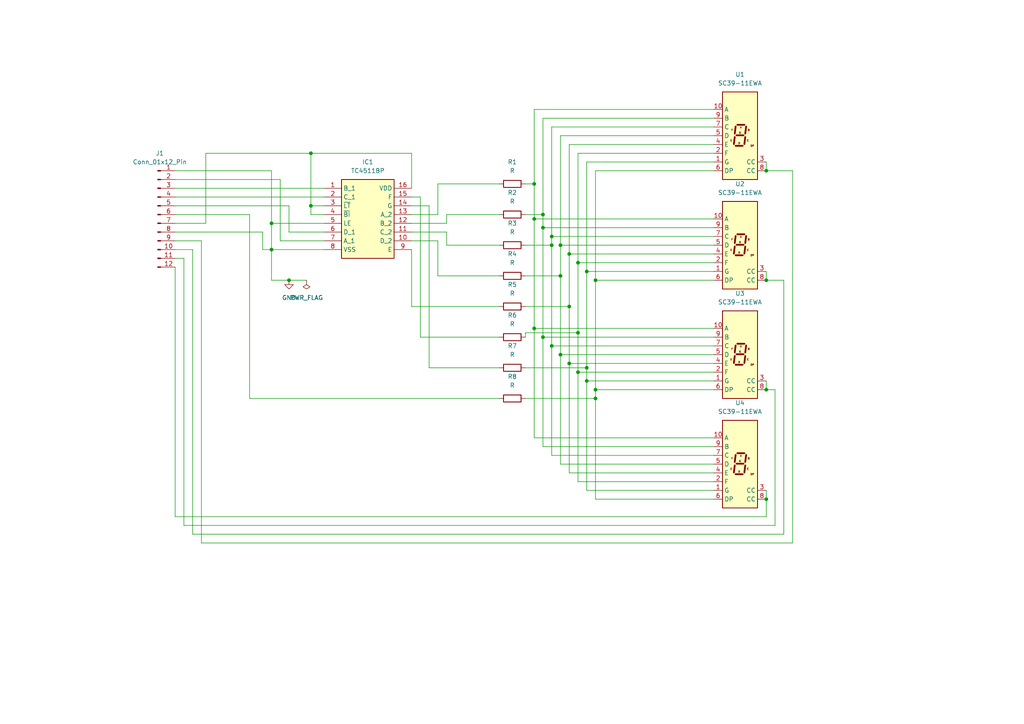
<source format=kicad_sch>
(kicad_sch (version 20250114) (generator "eeschema") (generator_version "9.0")
  (paper "A4")
  (title_block (title "7-segment_LED01") (date "2025-08-15") (company "mrmt_mtk03"))
  (lib_symbols
    (symbol "Connector:Conn_01x12_Pin" (pin_names (offset 1.016) (hide yes))
      (property "Reference" "J" (at 0 15.24 0))
      (property "Value" "Conn_01x12_Pin" (at 0 -17.78 0))
      (symbol "Conn_01x12_Pin_1_1"
        (rectangle (start 0.8636 12.827) (end 0 12.573) (stroke (width 0.1524)) (fill (type outline)))
        (rectangle (start 0.8636 10.287) (end 0 10.033) (stroke (width 0.1524)) (fill (type outline)))
        (rectangle (start 0.8636 7.747) (end 0 7.493) (stroke (width 0.1524)) (fill (type outline)))
        (rectangle (start 0.8636 5.207) (end 0 4.953) (stroke (width 0.1524)) (fill (type outline)))
        (rectangle (start 0.8636 2.667) (end 0 2.413) (stroke (width 0.1524)) (fill (type outline)))
        (rectangle (start 0.8636 0.127) (end 0 -0.127) (stroke (width 0.1524)) (fill (type outline)))
        (rectangle (start 0.8636 -2.413) (end 0 -2.667) (stroke (width 0.1524)) (fill (type outline)))
        (rectangle (start 0.8636 -4.953) (end 0 -5.207) (stroke (width 0.1524)) (fill (type outline)))
        (rectangle (start 0.8636 -7.493) (end 0 -7.747) (stroke (width 0.1524)) (fill (type outline)))
        (rectangle (start 0.8636 -10.033) (end 0 -10.287) (stroke (width 0.1524)) (fill (type outline)))
        (rectangle (start 0.8636 -12.573) (end 0 -12.827) (stroke (width 0.1524)) (fill (type outline)))
        (rectangle (start 0.8636 -15.113) (end 0 -15.367) (stroke (width 0.1524)) (fill (type outline)))
        (polyline (pts (xy 1.27 12.7) (xy 0.8636 12.7)) (stroke (width 0.1524)))
        (polyline (pts (xy 1.27 10.16) (xy 0.8636 10.16)) (stroke (width 0.1524)))
        (polyline (pts (xy 1.27 7.62) (xy 0.8636 7.62)) (stroke (width 0.1524)))
        (polyline (pts (xy 1.27 5.08) (xy 0.8636 5.08)) (stroke (width 0.1524)))
        (polyline (pts (xy 1.27 2.54) (xy 0.8636 2.54)) (stroke (width 0.1524)))
        (polyline (pts (xy 1.27 0) (xy 0.8636 0)) (stroke (width 0.1524)))
        (polyline (pts (xy 1.27 -2.54) (xy 0.8636 -2.54)) (stroke (width 0.1524)))
        (polyline (pts (xy 1.27 -5.08) (xy 0.8636 -5.08)) (stroke (width 0.1524)))
        (polyline (pts (xy 1.27 -7.62) (xy 0.8636 -7.62)) (stroke (width 0.1524)))
        (polyline (pts (xy 1.27 -10.16) (xy 0.8636 -10.16)) (stroke (width 0.1524)))
        (polyline (pts (xy 1.27 -12.7) (xy 0.8636 -12.7)) (stroke (width 0.1524)))
        (polyline (pts (xy 1.27 -15.24) (xy 0.8636 -15.24)) (stroke (width 0.1524)))
        (pin passive line (at 5.08 12.7 180) (length 3.81) (name "Pin_1") (number "1"))
        (pin passive line (at 5.08 10.16 180) (length 3.81) (name "Pin_2") (number "2"))
        (pin passive line (at 5.08 7.62 180) (length 3.81) (name "Pin_3") (number "3"))
        (pin passive line (at 5.08 5.08 180) (length 3.81) (name "Pin_4") (number "4"))
        (pin passive line (at 5.08 2.54 180) (length 3.81) (name "Pin_5") (number "5"))
        (pin passive line (at 5.08 0 180) (length 3.81) (name "Pin_6") (number "6"))
        (pin passive line (at 5.08 -2.54 180) (length 3.81) (name "Pin_7") (number "7"))
        (pin passive line (at 5.08 -5.08 180) (length 3.81) (name "Pin_8") (number "8"))
        (pin passive line (at 5.08 -7.62 180) (length 3.81) (name "Pin_9") (number "9"))
        (pin passive line (at 5.08 -10.16 180) (length 3.81) (name "Pin_10") (number "10"))
        (pin passive line (at 5.08 -12.7 180) (length 3.81) (name "Pin_11") (number "11"))
        (pin passive line (at 5.08 -15.24 180) (length 3.81) (name "Pin_12") (number "12"))
      )
    )
    (symbol "Device:R" (pin_numbers (hide yes)) (pin_names (offset 0))
      (property "Reference" "R" (at 2.032 0 90))
      (property "Value" "R" (at 0 0 90))
      (symbol "R_0_1"
        (rectangle (start -1.016 -2.54) (end 1.016 2.54) (stroke (width 0.254)))
      )
      (symbol "R_1_1"
        (pin passive line (at 0 3.81 270) (length 1.27) (name "~") (number "1"))
        (pin passive line (at 0 -3.81 90) (length 1.27) (name "~") (number "2"))
      )
    )
    (symbol "Display_Character:SC39-11EWA"
      (property "Reference" "U" (at -3.81 13.97 0))
      (property "Value" "SC39-11EWA" (at 6.35 13.97 0))
      (symbol "SC39-11EWA_1_0"
        (text "E" (at -2.54 -1.397 0) (effects (font (size 0.508 0.508))))
        (text "F" (at -2.286 1.651 0) (effects (font (size 0.508 0.508))))
        (text "D" (at -0.254 -2.159 0) (effects (font (size 0.508 0.508))))
        (text "G" (at 0 0.889 0) (effects (font (size 0.508 0.508))))
        (text "A" (at 0.254 2.413 0) (effects (font (size 0.508 0.508))))
        (text "C" (at 2.286 -1.397 0) (effects (font (size 0.508 0.508))))
        (text "B" (at 2.54 1.651 0) (effects (font (size 0.508 0.508))))
        (text "DP" (at 3.556 -2.921 0) (effects (font (size 0.508 0.508))))
      )
      (symbol "SC39-11EWA_1_1"
        (rectangle (start -5.08 12.7) (end 5.08 -12.7) (stroke (width 0.254)) (fill (type background)))
        (polyline (pts (xy -1.524 -0.381) (xy -1.778 -2.413)) (stroke (width 0.508)))
        (polyline (pts (xy -1.27 2.667) (xy -1.524 0.635)) (stroke (width 0.508)))
        (polyline (pts (xy -1.27 -2.921) (xy 0.762 -2.921)) (stroke (width 0.508)))
        (polyline (pts (xy -1.016 0.127) (xy 1.016 0.127)) (stroke (width 0.508)))
        (polyline (pts (xy -0.762 3.175) (xy 1.27 3.175)) (stroke (width 0.508)))
        (polyline (pts (xy 1.524 -0.381) (xy 1.27 -2.413)) (stroke (width 0.508)))
        (polyline (pts (xy 1.778 2.667) (xy 1.524 0.635)) (stroke (width 0.508)))
        (polyline (pts (xy 2.54 -2.921) (xy 2.54 -2.921)) (stroke (width 0.508)))
        (pin input line (at -7.62 7.62 0) (length 2.54) (name "A") (number "10"))
        (pin input line (at -7.62 5.08 0) (length 2.54) (name "B") (number "9"))
        (pin input line (at -7.62 2.54 0) (length 2.54) (name "C") (number "7"))
        (pin input line (at -7.62 0 0) (length 2.54) (name "D") (number "5"))
        (pin input line (at -7.62 -2.54 0) (length 2.54) (name "E") (number "4"))
        (pin input line (at -7.62 -5.08 0) (length 2.54) (name "F") (number "2"))
        (pin input line (at -7.62 -7.62 0) (length 2.54) (name "G") (number "1"))
        (pin input line (at -7.62 -10.16 0) (length 2.54) (name "DP") (number "6"))
        (pin input line (at 7.62 -7.62 180) (length 2.54) (name "CC") (number "3"))
        (pin input line (at 7.62 -10.16 180) (length 2.54) (name "CC") (number "8"))
      )
    )
    (symbol "TC4511BP:TC4511BP"
      (property "Reference" "IC" (at 21.59 7.62 0))
      (property "Value" "TC4511BP" (at 21.59 5.08 0))
      (symbol "TC4511BP_1_1"
        (rectangle (start 5.08 2.54) (end 20.32 -20.32) (stroke (width 0.254)) (fill (type background)))
        (pin passive line (at 0 0 0) (length 5.08) (name "B_1") (number "1"))
        (pin passive line (at 0 -2.54 0) (length 5.08) (name "C_1") (number "2"))
        (pin passive line (at 0 -5.08 0) (length 5.08) (name "~{LT}") (number "3"))
        (pin passive line (at 0 -7.62 0) (length 5.08) (name "~{BI}") (number "4"))
        (pin passive line (at 0 -10.16 0) (length 5.08) (name "LE") (number "5"))
        (pin passive line (at 0 -12.7 0) (length 5.08) (name "D_1") (number "6"))
        (pin passive line (at 0 -15.24 0) (length 5.08) (name "A_1") (number "7"))
        (pin passive line (at 0 -17.78 0) (length 5.08) (name "VSS") (number "8"))
        (pin passive line (at 25.4 0 180) (length 5.08) (name "VDD") (number "16"))
        (pin passive line (at 25.4 -2.54 180) (length 5.08) (name "F") (number "15"))
        (pin passive line (at 25.4 -5.08 180) (length 5.08) (name "G") (number "14"))
        (pin passive line (at 25.4 -7.62 180) (length 5.08) (name "A_2") (number "13"))
        (pin passive line (at 25.4 -10.16 180) (length 5.08) (name "B_2") (number "12"))
        (pin passive line (at 25.4 -12.7 180) (length 5.08) (name "C_2") (number "11"))
        (pin passive line (at 25.4 -15.24 180) (length 5.08) (name "D_2") (number "10"))
        (pin passive line (at 25.4 -17.78 180) (length 5.08) (name "E") (number "9"))
      )
    )
    (symbol "power:GND" (power) (pin_numbers (hide yes)) (pin_names (offset 0) (hide yes))
      (property "Value" "GND" (at 0 -3.81 0))
      (symbol "GND_0_1"
        (polyline (pts (xy 0 0) (xy 0 -1.27) (xy 1.27 -1.27) (xy 0 -2.54) (xy -1.27 -1.27) (xy 0 -1.27)))
      )
      (symbol "GND_1_1"
        (pin power_in line (at 0 0 270) (length 0) (name "~") (number "1"))
      )
    )
    (symbol "power:PWR_FLAG" (power) (pin_numbers (hide yes)) (pin_names (offset 0) (hide yes))
      (property "Value" "PWR_FLAG" (at 0 3.81 0))
      (symbol "PWR_FLAG_0_0"
        (pin power_out line (at 0 0 90) (length 0) (name "~") (number "1"))
      )
      (symbol "PWR_FLAG_0_1"
        (polyline (pts (xy 0 0) (xy 0 1.27) (xy -1.016 1.905) (xy 0 2.54) (xy 1.016 1.905) (xy 0 1.27)))
      )
    )
  )
  (junction (at 160.02 68.58))
  (junction (at 170.18 110.49))
  (junction (at 222.25 113.03))
  (junction (at 157.48 62.23))
  (junction (at 172.72 113.03))
  (junction (at 172.72 115.57))
  (junction (at 90.17 44.45))
  (junction (at 90.17 59.69))
  (junction (at 162.56 102.87))
  (junction (at 78.74 64.77))
  (junction (at 167.64 76.2))
  (junction (at 165.1 73.66))
  (junction (at 165.1 105.41))
  (junction (at 157.48 66.04))
  (junction (at 157.48 97.79))
  (junction (at 170.18 106.68))
  (junction (at 165.1 88.9))
  (junction (at 222.25 81.28))
  (junction (at 170.18 78.74))
  (junction (at 162.56 80.01))
  (junction (at 172.72 81.28))
  (junction (at 222.25 144.78))
  (junction (at 160.02 100.33))
  (junction (at 160.02 71.12))
  (junction (at 78.74 72.39))
  (junction (at 154.94 53.34))
  (junction (at 83.82 81.28))
  (junction (at 154.94 63.5))
  (junction (at 222.25 49.53))
  (junction (at 154.94 95.25))
  (junction (at 162.56 71.12))
  (junction (at 167.64 96.52))
  (junction (at 167.64 107.95))
  (wire (pts (xy 207.01 66.04) (xy 157.48 66.04)))
  (wire (pts (xy 227.33 81.28) (xy 222.25 81.28)))
  (wire (pts (xy 229.87 157.48) (xy 229.87 49.53)))
  (wire (pts (xy 207.01 100.33) (xy 160.02 100.33)))
  (wire (pts (xy 222.25 46.99) (xy 222.25 49.53)))
  (wire (pts (xy 207.01 46.99) (xy 170.18 46.99)))
  (wire (pts (xy 154.94 63.5) (xy 154.94 53.34)))
  (wire (pts (xy 127 53.34) (xy 144.78 53.34)))
  (wire (pts (xy 119.38 62.23) (xy 127 62.23)))
  (wire (pts (xy 167.64 76.2) (xy 207.01 76.2)))
  (wire (pts (xy 55.88 154.94) (xy 227.33 154.94)))
  (wire (pts (xy 224.79 113.03) (xy 222.25 113.03)))
  (wire (pts (xy 50.8 62.23) (xy 72.39 62.23)))
  (wire (pts (xy 78.74 81.28) (xy 78.74 72.39)))
  (wire (pts (xy 207.01 31.75) (xy 154.94 31.75)))
  (wire (pts (xy 207.01 142.24) (xy 170.18 142.24)))
  (wire (pts (xy 119.38 57.15) (xy 121.92 57.15)))
  (wire (pts (xy 50.8 64.77) (xy 59.69 64.77)))
  (wire (pts (xy 162.56 80.01) (xy 152.4 80.01)))
  (wire (pts (xy 207.01 97.79) (xy 157.48 97.79)))
  (wire (pts (xy 72.39 62.23) (xy 72.39 115.57)))
  (wire (pts (xy 170.18 78.74) (xy 207.01 78.74)))
  (wire (pts (xy 207.01 102.87) (xy 162.56 102.87)))
  (wire (pts (xy 165.1 88.9) (xy 152.4 88.9)))
  (wire (pts (xy 162.56 71.12) (xy 207.01 71.12)))
  (wire (pts (xy 119.38 59.69) (xy 124.46 59.69)))
  (wire (pts (xy 162.56 39.37) (xy 162.56 71.12)))
  (wire (pts (xy 78.74 64.77) (xy 78.74 49.53)))
  (wire (pts (xy 170.18 78.74) (xy 170.18 106.68)))
  (wire (pts (xy 207.01 127) (xy 154.94 127)))
  (wire (pts (xy 154.94 127) (xy 154.94 95.25)))
  (wire (pts (xy 207.01 34.29) (xy 157.48 34.29)))
  (wire (pts (xy 119.38 67.31) (xy 129.54 67.31)))
  (wire (pts (xy 154.94 53.34) (xy 152.4 53.34)))
  (wire (pts (xy 170.18 46.99) (xy 170.18 78.74)))
  (wire (pts (xy 83.82 81.28) (xy 88.9 81.28)))
  (wire (pts (xy 50.8 149.86) (xy 222.25 149.86)))
  (wire (pts (xy 167.64 44.45) (xy 167.64 76.2)))
  (wire (pts (xy 127 62.23) (xy 127 53.34)))
  (wire (pts (xy 162.56 102.87) (xy 162.56 80.01)))
  (wire (pts (xy 121.92 57.15) (xy 121.92 97.79)))
  (wire (pts (xy 167.64 76.2) (xy 167.64 96.52)))
  (wire (pts (xy 170.18 106.68) (xy 152.4 106.68)))
  (wire (pts (xy 172.72 81.28) (xy 207.01 81.28)))
  (wire (pts (xy 172.72 144.78) (xy 172.72 115.57)))
  (wire (pts (xy 207.01 134.62) (xy 162.56 134.62)))
  (wire (pts (xy 207.01 137.16) (xy 165.1 137.16)))
  (wire (pts (xy 152.4 96.52) (xy 152.4 97.79)))
  (wire (pts (xy 124.46 106.68) (xy 144.78 106.68)))
  (wire (pts (xy 162.56 71.12) (xy 162.56 80.01)))
  (wire (pts (xy 224.79 152.4) (xy 224.79 113.03)))
  (wire (pts (xy 172.72 49.53) (xy 172.72 81.28)))
  (wire (pts (xy 207.01 129.54) (xy 157.48 129.54)))
  (wire (pts (xy 72.39 115.57) (xy 144.78 115.57)))
  (wire (pts (xy 83.82 67.31) (xy 83.82 59.69)))
  (wire (pts (xy 127 80.01) (xy 144.78 80.01)))
  (wire (pts (xy 50.8 74.93) (xy 53.34 74.93)))
  (wire (pts (xy 93.98 59.69) (xy 90.17 59.69)))
  (wire (pts (xy 160.02 71.12) (xy 152.4 71.12)))
  (wire (pts (xy 165.1 105.41) (xy 165.1 88.9)))
  (wire (pts (xy 78.74 64.77) (xy 93.98 64.77)))
  (wire (pts (xy 124.46 59.69) (xy 124.46 106.68)))
  (wire (pts (xy 59.69 44.45) (xy 90.17 44.45)))
  (wire (pts (xy 207.01 139.7) (xy 167.64 139.7)))
  (wire (pts (xy 207.01 95.25) (xy 154.94 95.25)))
  (wire (pts (xy 90.17 44.45) (xy 119.38 44.45)))
  (wire (pts (xy 76.2 72.39) (xy 78.74 72.39)))
  (wire (pts (xy 129.54 62.23) (xy 144.78 62.23)))
  (wire (pts (xy 121.92 97.79) (xy 144.78 97.79)))
  (wire (pts (xy 55.88 72.39) (xy 55.88 154.94)))
  (wire (pts (xy 157.48 62.23) (xy 152.4 62.23)))
  (wire (pts (xy 154.94 31.75) (xy 154.94 53.34)))
  (wire (pts (xy 154.94 95.25) (xy 154.94 63.5)))
  (wire (pts (xy 157.48 62.23) (xy 157.48 66.04)))
  (wire (pts (xy 207.01 63.5) (xy 154.94 63.5)))
  (wire (pts (xy 78.74 72.39) (xy 78.74 64.77)))
  (wire (pts (xy 119.38 69.85) (xy 127 69.85)))
  (wire (pts (xy 162.56 134.62) (xy 162.56 102.87)))
  (wire (pts (xy 53.34 152.4) (xy 224.79 152.4)))
  (wire (pts (xy 58.42 69.85) (xy 58.42 157.48)))
  (wire (pts (xy 50.8 54.61) (xy 93.98 54.61)))
  (wire (pts (xy 50.8 69.85) (xy 58.42 69.85)))
  (wire (pts (xy 119.38 64.77) (xy 129.54 64.77)))
  (wire (pts (xy 50.8 57.15) (xy 93.98 57.15)))
  (wire (pts (xy 119.38 88.9) (xy 144.78 88.9)))
  (wire (pts (xy 157.48 97.79) (xy 157.48 66.04)))
  (wire (pts (xy 207.01 41.91) (xy 165.1 41.91)))
  (wire (pts (xy 160.02 68.58) (xy 160.02 71.12)))
  (wire (pts (xy 229.87 49.53) (xy 222.25 49.53)))
  (wire (pts (xy 222.25 142.24) (xy 222.25 144.78)))
  (wire (pts (xy 129.54 71.12) (xy 144.78 71.12)))
  (wire (pts (xy 157.48 97.79) (xy 157.48 129.54)))
  (wire (pts (xy 207.01 39.37) (xy 162.56 39.37)))
  (wire (pts (xy 165.1 73.66) (xy 165.1 88.9)))
  (wire (pts (xy 58.42 157.48) (xy 229.87 157.48)))
  (wire (pts (xy 59.69 64.77) (xy 59.69 44.45)))
  (wire (pts (xy 81.28 52.07) (xy 50.8 52.07)))
  (wire (pts (xy 207.01 105.41) (xy 165.1 105.41)))
  (wire (pts (xy 227.33 154.94) (xy 227.33 81.28)))
  (wire (pts (xy 222.25 144.78) (xy 222.25 149.86)))
  (wire (pts (xy 207.01 44.45) (xy 167.64 44.45)))
  (wire (pts (xy 160.02 36.83) (xy 160.02 68.58)))
  (wire (pts (xy 83.82 59.69) (xy 50.8 59.69)))
  (wire (pts (xy 93.98 69.85) (xy 81.28 69.85)))
  (wire (pts (xy 76.2 67.31) (xy 76.2 72.39)))
  (wire (pts (xy 127 69.85) (xy 127 80.01)))
  (wire (pts (xy 83.82 81.28) (xy 78.74 81.28)))
  (wire (pts (xy 222.25 110.49) (xy 222.25 113.03)))
  (wire (pts (xy 129.54 67.31) (xy 129.54 71.12)))
  (wire (pts (xy 50.8 67.31) (xy 76.2 67.31)))
  (wire (pts (xy 93.98 62.23) (xy 90.17 62.23)))
  (wire (pts (xy 165.1 137.16) (xy 165.1 105.41)))
  (wire (pts (xy 167.64 96.52) (xy 152.4 96.52)))
  (wire (pts (xy 167.64 139.7) (xy 167.64 107.95)))
  (wire (pts (xy 167.64 107.95) (xy 167.64 96.52)))
  (wire (pts (xy 222.25 78.74) (xy 222.25 81.28)))
  (wire (pts (xy 172.72 113.03) (xy 172.72 115.57)))
  (wire (pts (xy 119.38 72.39) (xy 119.38 88.9)))
  (wire (pts (xy 172.72 113.03) (xy 207.01 113.03)))
  (wire (pts (xy 90.17 59.69) (xy 90.17 44.45)))
  (wire (pts (xy 160.02 68.58) (xy 207.01 68.58)))
  (wire (pts (xy 93.98 72.39) (xy 78.74 72.39)))
  (wire (pts (xy 93.98 67.31) (xy 83.82 67.31)))
  (wire (pts (xy 90.17 62.23) (xy 90.17 59.69)))
  (wire (pts (xy 170.18 110.49) (xy 170.18 106.68)))
  (wire (pts (xy 172.72 81.28) (xy 172.72 113.03)))
  (wire (pts (xy 81.28 69.85) (xy 81.28 52.07)))
  (wire (pts (xy 165.1 73.66) (xy 207.01 73.66)))
  (wire (pts (xy 119.38 44.45) (xy 119.38 54.61)))
  (wire (pts (xy 50.8 77.47) (xy 50.8 149.86)))
  (wire (pts (xy 160.02 100.33) (xy 160.02 71.12)))
  (wire (pts (xy 207.01 132.08) (xy 160.02 132.08)))
  (wire (pts (xy 165.1 41.91) (xy 165.1 73.66)))
  (wire (pts (xy 157.48 34.29) (xy 157.48 62.23)))
  (wire (pts (xy 207.01 107.95) (xy 167.64 107.95)))
  (wire (pts (xy 207.01 49.53) (xy 172.72 49.53)))
  (wire (pts (xy 55.88 72.39) (xy 50.8 72.39)))
  (wire (pts (xy 129.54 64.77) (xy 129.54 62.23)))
  (wire (pts (xy 53.34 74.93) (xy 53.34 152.4)))
  (wire (pts (xy 170.18 142.24) (xy 170.18 110.49)))
  (wire (pts (xy 152.4 115.57) (xy 172.72 115.57)))
  (wire (pts (xy 207.01 36.83) (xy 160.02 36.83)))
  (wire (pts (xy 78.74 49.53) (xy 50.8 49.53)))
  (wire (pts (xy 207.01 144.78) (xy 172.72 144.78)))
  (wire (pts (xy 160.02 132.08) (xy 160.02 100.33)))
  (wire (pts (xy 207.01 110.49) (xy 170.18 110.49)))
  (symbol (lib_id "Device:R") (at 148.59 62.23 270) (unit 1)
    (property "Reference" "R2" (at 148.59 55.88 90))
    (property "Value" "R" (at 148.59 58.42 90))
    (property "Footprint" "Resistor_THT:R_Axial_DIN0207_L6.3mm_D2.5mm_P10.16mm_Horizontal" (effects (hide yes)))
    (property "Description" "Resistor" (effects (hide yes)))
  )
  (symbol (lib_id "Display_Character:SC39-11EWA") (at 214.63 39.37 0) (unit 1)
    (property "Reference" "U1" (at 214.63 21.59 0))
    (property "Value" "SC39-11EWA" (at 214.63 24.13 0))
    (property "Footprint" "Display_7Segment:Sx39-1xxxxx" (effects (hide yes)))
    (property "Datasheet" "http://www.kingbrightusa.com/images/catalog/SPEC/sc39-11ewa.pdf" (effects (hide yes)))
    (property "Description" "Single digit 7 segment display, high efficiency red, common cathode" (effects (hide yes)))
  )
  (symbol (lib_id "Device:R") (at 148.59 97.79 270) (unit 1)
    (property "Reference" "R6" (at 148.59 91.44 90))
    (property "Value" "R" (at 148.59 93.98 90))
    (property "Footprint" "Resistor_THT:R_Axial_DIN0207_L6.3mm_D2.5mm_P10.16mm_Horizontal" (effects (hide yes)))
    (property "Description" "Resistor" (effects (hide yes)))
  )
  (symbol (lib_id "Device:R") (at 148.59 71.12 270) (unit 1)
    (property "Reference" "R3" (at 148.59 64.77 90))
    (property "Value" "R" (at 148.59 67.31 90))
    (property "Footprint" "Resistor_THT:R_Axial_DIN0207_L6.3mm_D2.5mm_P10.16mm_Horizontal" (effects (hide yes)))
    (property "Description" "Resistor" (effects (hide yes)))
  )
  (symbol (lib_id "Display_Character:SC39-11EWA") (at 214.63 71.12 0) (unit 1)
    (property "Reference" "U2" (at 214.63 53.34 0))
    (property "Value" "SC39-11EWA" (at 214.63 55.88 0))
    (property "Footprint" "Display_7Segment:Sx39-1xxxxx" (effects (hide yes)))
    (property "Datasheet" "http://www.kingbrightusa.com/images/catalog/SPEC/sc39-11ewa.pdf" (effects (hide yes)))
    (property "Description" "Single digit 7 segment display, high efficiency red, common cathode" (effects (hide yes)))
  )
  (symbol (lib_id "Connector:Conn_01x12_Pin") (at 45.72 62.23 0) (unit 1)
    (property "Reference" "J1" (at 46.355 44.45 0))
    (property "Value" "Conn_01x12_Pin" (at 46.355 46.99 0))
    (property "Footprint" "Connector_PinHeader_2.54mm:PinHeader_1x12_P2.54mm_Vertical" (effects (hide yes)))
    (property "Description" "Generic connector, single row, 01x12, script generated" (effects (hide yes)))
  )
  (symbol (lib_id "power:GND") (at 83.82 81.28 0) (unit 1)
    (property "Reference" "#PWR01" (effects (hide yes)))
    (property "Value" "GND" (at 83.82 86.36 0))
    (property "Description" "Power symbol creates a global label with name \"GND\" , ground" (effects (hide yes)))
  )
  (symbol (lib_id "Device:R") (at 148.59 53.34 90) (mirror x) (unit 1)
    (property "Reference" "R1" (at 148.59 46.99 90))
    (property "Value" "R" (at 148.59 49.53 90))
    (property "Footprint" "Resistor_THT:R_Axial_DIN0207_L6.3mm_D2.5mm_P10.16mm_Horizontal" (effects (hide yes)))
    (property "Description" "Resistor" (effects (hide yes)))
  )
  (symbol (lib_id "power:PWR_FLAG") (at 88.9 81.28 0) (mirror x) (unit 1)
    (property "Reference" "#FLG01" (effects (hide yes)))
    (property "Value" "PWR_FLAG" (at 88.9 86.36 0))
    (property "Description" "Special symbol for telling ERC where power comes from" (effects (hide yes)))
  )
  (symbol (lib_id "Display_Character:SC39-11EWA") (at 214.63 102.87 0) (unit 1)
    (property "Reference" "U3" (at 214.63 85.09 0))
    (property "Value" "SC39-11EWA" (at 214.63 87.63 0))
    (property "Footprint" "Display_7Segment:Sx39-1xxxxx" (effects (hide yes)))
    (property "Datasheet" "http://www.kingbrightusa.com/images/catalog/SPEC/sc39-11ewa.pdf" (effects (hide yes)))
    (property "Description" "Single digit 7 segment display, high efficiency red, common cathode" (effects (hide yes)))
  )
  (symbol (lib_id "TC4511BP:TC4511BP") (at 93.98 54.61 0) (unit 1)
    (property "Reference" "IC1" (at 106.68 46.99 0))
    (property "Value" "TC4511BP" (at 106.68 49.53 0))
    (property "Footprint" "TC4511BP:DIP762W60P254L1975H445Q16N" (effects (hide yes)))
    (property "Datasheet" "https://toshiba.semicon-storage.com/info/TC4511BP_datasheet_en_20201015.pdf?did=19842&prodName=TC4511BP" (effects (hide yes)))
    (property "Description" "BCD-to-Seven Segment Latch/Decoder/Driver" (effects (hide yes)))
    (property "Height" "4.45" (effects (hide yes)))
    (property "Manufacturer_Name" "Toshiba" (effects (hide yes)))
    (property "Manufacturer_Part_Number" "TC4511BP" (effects (hide yes)))
    (property "Mouser Part Number" "N/A" (effects (hide yes)))
    (property "Mouser Price/Stock" "https://www.mouser.co.uk/ProductDetail/Toshiba/TC4511BP?qs=NQMal8mNAAvK6bcMDho3fw%3D%3D" (effects (hide yes)))
  )
  (symbol (lib_id "Device:R") (at 148.59 88.9 270) (unit 1)
    (property "Reference" "R5" (at 148.59 82.55 90))
    (property "Value" "R" (at 148.59 85.09 90))
    (property "Footprint" "Resistor_THT:R_Axial_DIN0207_L6.3mm_D2.5mm_P10.16mm_Horizontal" (effects (hide yes)))
    (property "Description" "Resistor" (effects (hide yes)))
  )
  (symbol (lib_id "Device:R") (at 148.59 80.01 270) (unit 1)
    (property "Reference" "R4" (at 148.59 73.66 90))
    (property "Value" "R" (at 148.59 76.2 90))
    (property "Footprint" "Resistor_THT:R_Axial_DIN0207_L6.3mm_D2.5mm_P10.16mm_Horizontal" (effects (hide yes)))
    (property "Description" "Resistor" (effects (hide yes)))
  )
  (symbol (lib_id "Device:R") (at 148.59 106.68 270) (unit 1)
    (property "Reference" "R7" (at 148.59 100.33 90))
    (property "Value" "R" (at 148.59 102.87 90))
    (property "Footprint" "Resistor_THT:R_Axial_DIN0207_L6.3mm_D2.5mm_P10.16mm_Horizontal" (effects (hide yes)))
    (property "Description" "Resistor" (effects (hide yes)))
  )
  (symbol (lib_id "Device:R") (at 148.59 115.57 270) (unit 1)
    (property "Reference" "R8" (at 148.59 109.22 90))
    (property "Value" "R" (at 148.59 111.76 90))
    (property "Footprint" "Resistor_THT:R_Axial_DIN0207_L6.3mm_D2.5mm_P10.16mm_Horizontal" (effects (hide yes)))
    (property "Description" "Resistor" (effects (hide yes)))
  )
  (symbol (lib_id "Display_Character:SC39-11EWA") (at 214.63 134.62 0) (unit 1)
    (property "Reference" "U4" (at 214.63 116.84 0))
    (property "Value" "SC39-11EWA" (at 214.63 119.38 0))
    (property "Footprint" "Display_7Segment:Sx39-1xxxxx" (effects (hide yes)))
    (property "Datasheet" "http://www.kingbrightusa.com/images/catalog/SPEC/sc39-11ewa.pdf" (effects (hide yes)))
    (property "Description" "Single digit 7 segment display, high efficiency red, common cathode" (effects (hide yes)))
  )
)
</source>
